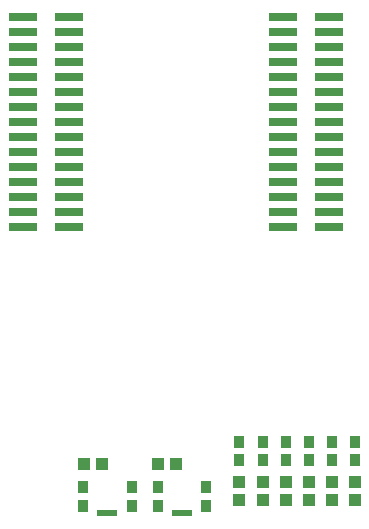
<source format=gtp>
G04*
G04 #@! TF.GenerationSoftware,Altium Limited,Altium Designer,21.0.8 (223)*
G04*
G04 Layer_Color=8421504*
%FSLAX25Y25*%
%MOIN*%
G70*
G04*
G04 #@! TF.SameCoordinates,E8E4A7BE-DB6F-4252-8793-17DB4AC6D9EE*
G04*
G04*
G04 #@! TF.FilePolarity,Positive*
G04*
G01*
G75*
%ADD17R,0.09449X0.02992*%
%ADD18R,0.03543X0.03937*%
%ADD19R,0.06693X0.02165*%
%ADD20R,0.03937X0.04134*%
%ADD21R,0.03740X0.03937*%
%ADD22R,0.04134X0.03937*%
D17*
X50984Y63425D02*
D03*
X35630D02*
D03*
X50984Y68425D02*
D03*
X35630D02*
D03*
X50984Y73425D02*
D03*
X35630D02*
D03*
X50984Y78425D02*
D03*
X35630D02*
D03*
X50984Y83425D02*
D03*
X35630D02*
D03*
X50984Y88425D02*
D03*
X35630D02*
D03*
X50984Y93425D02*
D03*
X35630D02*
D03*
X50984Y98425D02*
D03*
X35630D02*
D03*
X50984Y103425D02*
D03*
X35630D02*
D03*
X50984Y108425D02*
D03*
X35630D02*
D03*
X50984Y113425D02*
D03*
X35630D02*
D03*
X50984Y118425D02*
D03*
X35630D02*
D03*
X50984Y123425D02*
D03*
X35630D02*
D03*
X50984Y128425D02*
D03*
X35630D02*
D03*
X50984Y133425D02*
D03*
X35630D02*
D03*
X-35630Y63425D02*
D03*
X-50984D02*
D03*
X-35630Y68425D02*
D03*
X-50984D02*
D03*
X-35630Y73425D02*
D03*
X-50984D02*
D03*
X-35630Y78425D02*
D03*
X-50984D02*
D03*
X-35630Y83425D02*
D03*
X-50984D02*
D03*
X-35630Y88425D02*
D03*
X-50984D02*
D03*
X-35630Y93425D02*
D03*
X-50984D02*
D03*
X-35630Y98425D02*
D03*
X-50984D02*
D03*
X-35630Y103425D02*
D03*
X-50984D02*
D03*
X-35630Y108425D02*
D03*
X-50984D02*
D03*
X-35630Y113425D02*
D03*
X-50984D02*
D03*
X-35630Y118425D02*
D03*
X-50984D02*
D03*
X-35630Y123425D02*
D03*
X-50984D02*
D03*
X-35630Y128425D02*
D03*
X-50984D02*
D03*
X-35630Y133425D02*
D03*
X-50984D02*
D03*
D18*
X-14764Y-23228D02*
D03*
X-30906Y-29528D02*
D03*
X-14764D02*
D03*
X-30906Y-23228D02*
D03*
X10039D02*
D03*
X-6102Y-29528D02*
D03*
X10039D02*
D03*
X-6102Y-23228D02*
D03*
D19*
X-22833Y-31988D02*
D03*
X1970D02*
D03*
D20*
X21168Y-27559D02*
D03*
Y-21654D02*
D03*
X44247Y-27559D02*
D03*
Y-21654D02*
D03*
X51940Y-27559D02*
D03*
Y-21654D02*
D03*
X36554Y-27559D02*
D03*
Y-21654D02*
D03*
X59633Y-27559D02*
D03*
Y-21654D02*
D03*
X28861Y-27559D02*
D03*
Y-21654D02*
D03*
D21*
X51940Y-8399D02*
D03*
Y-14108D02*
D03*
X36554Y-8399D02*
D03*
Y-14108D02*
D03*
X59633Y-8399D02*
D03*
Y-14108D02*
D03*
X44247Y-8399D02*
D03*
Y-14108D02*
D03*
X21168Y-8399D02*
D03*
Y-14108D02*
D03*
X28861Y-8399D02*
D03*
Y-14108D02*
D03*
D22*
X-5906Y-15728D02*
D03*
X0D02*
D03*
X-30512D02*
D03*
X-24606D02*
D03*
M02*

</source>
